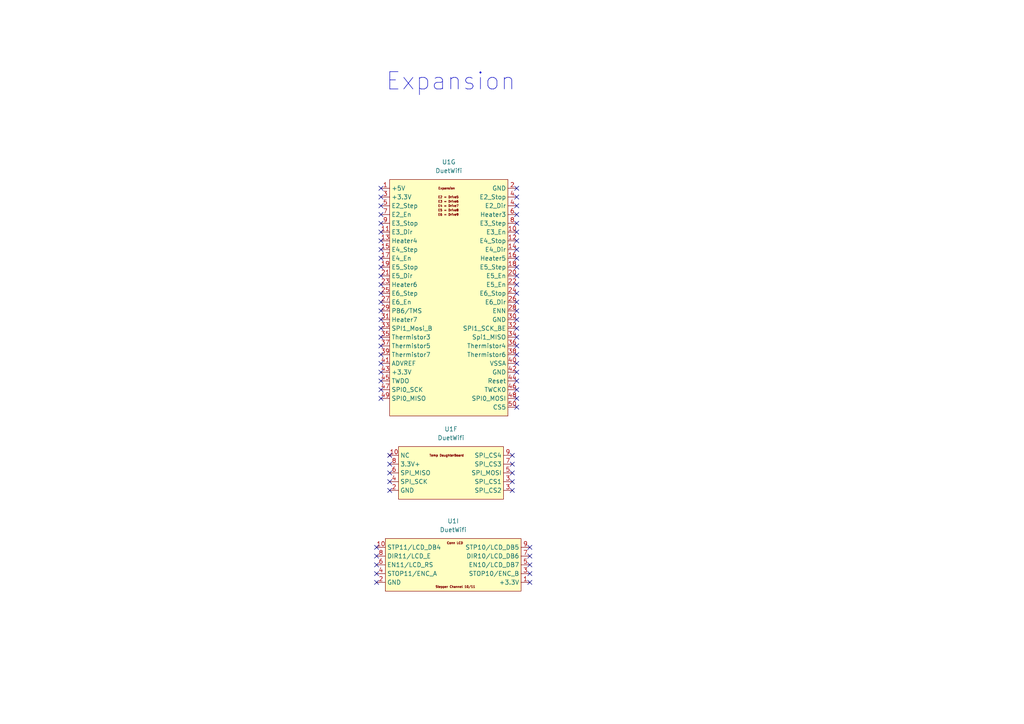
<source format=kicad_sch>
(kicad_sch (version 20211123) (generator eeschema)
  (paper "A4")
  (title_block (title "Expansion"))
  (lib_symbols
    (symbol "DuetWifi_2"
      (property "Reference" "U" (at 5.08 2.54 0))
      (property "Value" "DuetWifi_2" (at -5.08 2.54 0))
      (symbol "DuetWifi_2_1_0"
        (text "Stepper Outputs" (at -10.16 -30.48 0) (effects (font (size 0.635 0.635)) (justify left)))
        (text "Stepper Outputs" (at -10.16 -30.48 0) (effects (font (size 0.635 0.635)) (justify left)))
      )
      (symbol "DuetWifi_2_1_1"
        (rectangle (start -13.97 0) (end 15.24 -38.1) (fill (type background)))
        (pin output line (at -16.51 -2.54 0) (length 2.54) (name "Drive0_A+") (number ""))
        (pin output line (at -16.51 -5.08 0) (length 2.54) (name "Drive0_A-") (number ""))
        (pin output line (at -16.51 -7.62 0) (length 2.54) (name "Drive0_B+") (number ""))
        (pin output line (at -16.51 -10.16 0) (length 2.54) (name "Drive0_B-") (number ""))
        (pin output line (at -16.51 -15.24 0) (length 2.54) (name "Drive1_A+") (number ""))
        (pin output line (at -16.51 -17.78 0) (length 2.54) (name "Drive1_A-") (number ""))
        (pin output line (at -16.51 -20.32 0) (length 2.54) (name "Drive1_B+") (number ""))
        (pin output line (at -16.51 -22.86 0) (length 2.54) (name "Drive1_B-") (number ""))
        (pin output line (at 17.78 -2.54 180) (length 2.54) (name "Drive2_A+") (number ""))
        (pin output line (at 17.78 -5.08 180) (length 2.54) (name "Drive2_A-") (number ""))
        (pin output line (at 17.78 -7.62 180) (length 2.54) (name "Drive2_B+") (number ""))
        (pin output line (at 17.78 -10.16 180) (length 2.54) (name "Drive2_B-") (number ""))
        (pin output line (at 17.78 -15.24 180) (length 2.54) (name "Drive3_A+") (number ""))
        (pin output line (at 17.78 -17.78 180) (length 2.54) (name "Drive3_A-") (number ""))
        (pin output line (at 17.78 -20.32 180) (length 2.54) (name "Drive3_B+") (number ""))
        (pin output line (at 17.78 -22.86 180) (length 2.54) (name "Drive3_B-") (number ""))
        (pin output line (at 17.78 -27.94 180) (length 2.54) (name "Drive4_A+") (number ""))
        (pin output line (at 17.78 -30.48 180) (length 2.54) (name "Drive4_A-") (number ""))
        (pin output line (at 17.78 -33.02 180) (length 2.54) (name "Drive4_B+") (number ""))
        (pin output line (at 17.78 -35.56 180) (length 2.54) (name "Drive4_B-") (number ""))
      )
      (symbol "DuetWifi_2_2_0"
        (rectangle (start -11.43 0) (end 11.43 -30.48) (fill (type background)))
        (text "End Stops" (at 0 -12.7 0) (effects (font (size 0.635 0.635))))
      )
      (symbol "DuetWifi_2_2_1"
        (pin power_out line (at -13.97 -22.86 0) (length 2.54) (name "3.3V") (number ""))
        (pin power_out line (at -13.97 -13.97 0) (length 2.54) (name "3.3V") (number ""))
        (pin power_out line (at 13.97 -20.32 180) (length 2.54) (name "3.3V") (number ""))
        (pin power_out line (at 13.97 -13.97 180) (length 2.54) (name "3.3V") (number ""))
        (pin power_out line (at 13.97 -5.08 180) (length 2.54) (name "3.3V") (number ""))
        (pin bidirectional line (at -13.97 -5.08 0) (length 2.54) (name "DIR11/LCD_E") (number ""))
        (pin input line (at 13.97 -7.62 180) (length 2.54) (name "E0_STOP") (number ""))
        (pin input line (at 13.97 -16.51 180) (length 2.54) (name "E1_STOP") (number ""))
        (pin power_out line (at -13.97 -20.32 0) (length 2.54) (name "GND") (number ""))
        (pin power_out line (at -13.97 -11.43 0) (length 2.54) (name "GND") (number ""))
        (pin power_out line (at -13.97 -2.54 0) (length 2.54) (name "GND") (number ""))
        (pin power_out line (at 13.97 -25.4 180) (length 2.54) (name "GND") (number ""))
        (pin power_out line (at 13.97 -11.43 180) (length 2.54) (name "GND") (number ""))
        (pin power_out line (at 13.97 -2.54 180) (length 2.54) (name "GND") (number ""))
        (pin input line (at -13.97 -25.4 0) (length 2.54) (name "X_STOP") (number ""))
        (pin input line (at -13.97 -16.51 0) (length 2.54) (name "Y_STOP") (number ""))
        (pin input line (at 13.97 -27.94 180) (length 2.54) (name "Z_PROBE_IN") (number ""))
        (pin output line (at 13.97 -22.86 180) (length 2.54) (name "Z_PROBE_MOD") (number ""))
        (pin input line (at -13.97 -7.62 0) (length 2.54) (name "Z_STOP") (number ""))
      )
      (symbol "DuetWifi_2_3_0"
        (rectangle (start -13.97 0) (end 15.24 -22.86) (fill (type background)))
        (text "Bed Output" (at 8.89 -20.32 0) (effects (font (size 0.635 0.635)) (justify left)))
        (text "Temp Sensors" (at -11.43 -20.32 0) (effects (font (size 0.635 0.635)) (justify left)))
      )
      (symbol "DuetWifi_2_3_1"
        (pin output line (at 17.78 -5.08 180) (length 2.54) (name "Bed-") (number ""))
        (pin output line (at 17.78 -11.43 180) (length 2.54) (name "E0") (number ""))
        (pin output line (at 17.78 -17.78 180) (length 2.54) (name "E1") (number ""))
        (pin input line (at -16.51 -2.54 0) (length 2.54) (name "Thermistor0+") (number ""))
        (pin input line (at -16.51 -5.08 0) (length 2.54) (name "Thermistor0-") (number ""))
        (pin input line (at -16.51 -8.89 0) (length 2.54) (name "Thermistor1+") (number ""))
        (pin input line (at -16.51 -11.43 0) (length 2.54) (name "Thermistor1-") (number ""))
        (pin input line (at -16.51 -15.24 0) (length 2.54) (name "Thermistor2+") (number ""))
        (pin input line (at -16.51 -17.78 0) (length 2.54) (name "Thermistor2-") (number ""))
        (pin power_in line (at 17.78 -15.24 180) (length 2.54) (name "VIN") (number ""))
        (pin power_in line (at 17.78 -8.89 180) (length 2.54) (name "VIN") (number ""))
        (pin power_in line (at 17.78 -2.54 180) (length 2.54) (name "VIN") (number ""))
      )
      (symbol "DuetWifi_2_4_0"
        (text "Always On Fans" (at -5.08 -22.86 0) (effects (font (size 0.635 0.635)) (justify left)))
        (text "Main Power" (at -5.08 -3.81 0) (effects (font (size 0.635 0.635)) (justify left)))
        (text "PMW Fans" (at 6.35 -17.78 0) (effects (font (size 0.635 0.635)) (justify left)))
        (text "PSU Wakeup" (at -5.08 -12.7 0) (effects (font (size 0.635 0.635)) (justify left)))
      )
      (symbol "DuetWifi_2_4_1"
        (rectangle (start -12.7 0) (end 12.7 -29.21) (fill (type background)))
        (pin power_in line (at -15.24 -2.54 0) (length 2.54) (name "24V+") (number ""))
        (pin power_in line (at -15.24 -10.16 0) (length 2.54) (name "5V+") (number ""))
        (pin output line (at 15.24 -2.54 180) (length 2.54) (name "Fan0+") (number ""))
        (pin output line (at 15.24 -5.08 180) (length 2.54) (name "Fan0-") (number ""))
        (pin output line (at 15.24 -7.62 180) (length 2.54) (name "Fan1+") (number ""))
        (pin output line (at 15.24 -10.16 180) (length 2.54) (name "Fan1-") (number ""))
        (pin output line (at 15.24 -12.7 180) (length 2.54) (name "Fan2+") (number ""))
        (pin output line (at 15.24 -15.24 180) (length 2.54) (name "Fan2-") (number ""))
        (pin output line (at -15.24 -26.67 0) (length 2.54) (name "GND") (number ""))
        (pin output line (at -15.24 -21.59 0) (length 2.54) (name "GND") (number ""))
        (pin power_in line (at -15.24 -15.24 0) (length 2.54) (name "GND") (number ""))
        (pin power_in line (at -15.24 -5.08 0) (length 2.54) (name "GND") (number ""))
        (pin input line (at -15.24 -12.7 0) (length 2.54) (name "PS_ON") (number ""))
        (pin output line (at -15.24 -24.13 0) (length 2.54) (name "V_Fan") (number ""))
        (pin output line (at -15.24 -19.05 0) (length 2.54) (name "V_Fan") (number ""))
      )
      (symbol "DuetWifi_2_5_0"
        (text "LCD" (at -11.43 -12.7 0) (effects (font (size 0.635 0.635)) (justify left)))
        (text "Panel Due" (at 0 -1.27 0) (effects (font (size 0.635 0.635))))
      )
      (symbol "DuetWifi_2_5_1"
        (rectangle (start -12.7 0) (end 11.43 -13.97) (fill (type background)))
        (pin power_out line (at -15.24 -2.54 0) (length 2.54) (name "+5V") (number ""))
        (pin power_out line (at -15.24 -5.08 0) (length 2.54) (name "GND") (number ""))
        (pin input line (at -15.24 -7.62 0) (length 2.54) (name "URXD0") (number ""))
        (pin output line (at -15.24 -10.16 0) (length 2.54) (name "UTXD0") (number ""))
      )
      (symbol "DuetWifi_2_6_0"
        (rectangle (start -15.24 0) (end 15.24 -15.24) (fill (type background)))
        (text "Temp DaughterBoard" (at -1.27 -2.54 0) (effects (font (size 0.635 0.635))))
      )
      (symbol "DuetWifi_2_6_1"
        (pin no_connect line (at -17.78 -2.54 0) (length 2.54) (name "NC") (number "10"))
        (pin power_out line (at -17.78 -12.7 0) (length 2.54) (name "GND") (number "2"))
        (pin bidirectional line (at 17.78 -10.16 180) (length 2.54) (name "SPI_CS1") (number "3"))
        (pin bidirectional line (at 17.78 -12.7 180) (length 2.54) (name "SPI_CS2") (number "3"))
        (pin bidirectional line (at -17.78 -10.16 0) (length 2.54) (name "SPI_SCK") (number "4"))
        (pin bidirectional line (at 17.78 -7.62 180) (length 2.54) (name "SPI_MOSI") (number "5"))
        (pin bidirectional line (at -17.78 -7.62 0) (length 2.54) (name "SPI_MISO") (number "6"))
        (pin bidirectional line (at 17.78 -5.08 180) (length 2.54) (name "SPI_CS3") (number "7"))
        (pin power_out line (at -17.78 -5.08 0) (length 2.54) (name "3.3V+") (number "8"))
        (pin bidirectional line (at 17.78 -2.54 180) (length 2.54) (name "SPI_CS4") (number "9"))
      )
      (symbol "DuetWifi_2_7_0"
        (rectangle (start -17.78 0) (end 16.51 -68.58) (fill (type background)))
        (text "E2 = Drive5" (at -3.81 -5.08 0) (effects (font (size 0.635 0.635)) (justify left)))
        (text "E3 = Drive6" (at -3.81 -6.35 0) (effects (font (size 0.635 0.635)) (justify left)))
        (text "E4 = Drive7" (at -3.81 -7.62 0) (effects (font (size 0.635 0.635)) (justify left)))
        (text "E5 = Drive8" (at -3.81 -8.89 0) (effects (font (size 0.635 0.635)) (justify left)))
        (text "E6 = Drive9" (at -3.81 -10.16 0) (effects (font (size 0.635 0.635)) (justify left)))
        (text "Expansion" (at -1.27 -2.54 0) (effects (font (size 0.635 0.635))))
      )
      (symbol "DuetWifi_2_7_1"
        (pin power_out line (at -20.32 -2.54 0) (length 2.54) (name "+5V") (number "1"))
        (pin bidirectional line (at 19.05 -15.24 180) (length 2.54) (name "E3_En") (number "10"))
        (pin bidirectional line (at -20.32 -15.24 0) (length 2.54) (name "E3_Dir") (number "11"))
        (pin bidirectional line (at 19.05 -17.78 180) (length 2.54) (name "E4_Stop") (number "12"))
        (pin bidirectional line (at -20.32 -17.78 0) (length 2.54) (name "Heater4") (number "13"))
        (pin bidirectional line (at 19.05 -20.32 180) (length 2.54) (name "E4_Dir") (number "14"))
        (pin bidirectional line (at -20.32 -20.32 0) (length 2.54) (name "E4_Step") (number "15"))
        (pin bidirectional line (at 19.05 -22.86 180) (length 2.54) (name "Heater5") (number "16"))
        (pin bidirectional line (at -20.32 -22.86 0) (length 2.54) (name "E4_En") (number "17"))
        (pin bidirectional line (at 19.05 -25.4 180) (length 2.54) (name "E5_Step") (number "18"))
        (pin bidirectional line (at -20.32 -25.4 0) (length 2.54) (name "E5_Stop") (number "19"))
        (pin power_out line (at 19.05 -2.54 180) (length 2.54) (name "GND") (number "2"))
        (pin bidirectional line (at 19.05 -27.94 180) (length 2.54) (name "E5_En") (number "20"))
        (pin bidirectional line (at -20.32 -27.94 0) (length 2.54) (name "E5_Dir") (number "21"))
        (pin bidirectional line (at 19.05 -30.48 180) (length 2.54) (name "E5_En") (number "22"))
        (pin bidirectional line (at -20.32 -30.48 0) (length 2.54) (name "Heater6") (number "23"))
        (pin bidirectional line (at 19.05 -33.02 180) (length 2.54) (name "E6_Stop") (number "24"))
        (pin bidirectional line (at -20.32 -33.02 0) (length 2.54) (name "E6_Step") (number "25"))
        (pin bidirectional line (at 19.05 -35.56 180) (length 2.54) (name "E6_Dir") (number "26"))
        (pin bidirectional line (at -20.32 -35.56 0) (length 2.54) (name "E6_En") (number "27"))
        (pin bidirectional line (at 19.05 -38.1 180) (length 2.54) (name "ENN") (number "28"))
        (pin bidirectional line (at -20.32 -38.1 0) (length 2.54) (name "PB6/TMS") (number "29"))
        (pin power_out line (at -20.32 -5.08 0) (length 2.54) (name "+3.3V") (number "3"))
        (pin power_out line (at 19.05 -40.64 180) (length 2.54) (name "GND") (number "30"))
        (pin bidirectional line (at -20.32 -40.64 0) (length 2.54) (name "Heater7") (number "31"))
        (pin bidirectional line (at 19.05 -43.18 180) (length 2.54) (name "SPI1_SCK_BE") (number "32"))
        (pin bidirectional line (at -20.32 -43.18 0) (length 2.54) (name "SPI1_Mosi_B") (number "33"))
        (pin bidirectional line (at 19.05 -45.72 180) (length 2.54) (name "Spi1_MISO") (number "34"))
        (pin bidirectional line (at -20.32 -45.72 0) (length 2.54) (name "Thermistor3") (number "35"))
        (pin bidirectional line (at 19.05 -48.26 180) (length 2.54) (name "Thermistor4") (number "36"))
        (pin bidirectional line (at -20.32 -48.26 0) (length 2.54) (name "Thermistor5") (number "37"))
        (pin bidirectional line (at 19.05 -50.8 180) (length 2.54) (name "Thermistor6") (number "38"))
        (pin bidirectional line (at -20.32 -50.8 0) (length 2.54) (name "Thermistor7") (number "39"))
        (pin bidirectional line (at 19.05 -7.62 180) (length 2.54) (name "E2_Dir") (number "4"))
        (pin bidirectional line (at 19.05 -5.08 180) (length 2.54) (name "E2_Stop") (number "4"))
        (pin bidirectional line (at 19.05 -53.34 180) (length 2.54) (name "VSSA") (number "40"))
        (pin bidirectional line (at -20.32 -53.34 0) (length 2.54) (name "ADVREF") (number "41"))
        (pin power_out line (at 19.05 -55.88 180) (length 2.54) (name "GND") (number "42"))
        (pin power_out line (at -20.32 -55.88 0) (length 2.54) (name "+3.3V") (number "43"))
        (pin bidirectional line (at 19.05 -58.42 180) (length 2.54) (name "Reset") (number "44"))
        (pin bidirectional line (at -20.32 -58.42 0) (length 2.54) (name "TWDO") (number "45"))
        (pin bidirectional line (at 19.05 -60.96 180) (length 2.54) (name "TWCK0") (number "46"))
        (pin bidirectional line (at -20.32 -60.96 0) (length 2.54) (name "SPI0_SCK") (number "47"))
        (pin bidirectional line (at 19.05 -63.5 180) (length 2.54) (name "SPI0_MOSI") (number "48"))
        (pin bidirectional line (at -20.32 -63.5 0) (length 2.54) (name "SPI0_MISO") (number "49"))
        (pin bidirectional line (at -20.32 -7.62 0) (length 2.54) (name "E2_Step") (number "5"))
        (pin bidirectional line (at 19.05 -66.04 180) (length 2.54) (name "CS5") (number "50"))
        (pin bidirectional line (at 19.05 -10.16 180) (length 2.54) (name "Heater3") (number "6"))
        (pin bidirectional line (at -20.32 -10.16 0) (length 2.54) (name "E2_En") (number "7"))
        (pin bidirectional line (at 19.05 -12.7 180) (length 2.54) (name "E3_Step") (number "8"))
        (pin bidirectional line (at -20.32 -12.7 0) (length 2.54) (name "E3_Stop") (number "9"))
      )
      (symbol "DuetWifi_2_8_0"
        (text "Panel Due" (at -3.81 -1.27 0) (effects (font (size 0.635 0.635)) (justify left)))
        (text "SD Card" (at -1.27 -13.97 0) (effects (font (size 0.635 0.635))))
      )
      (symbol "DuetWifi_2_8_1"
        (rectangle (start -12.7 0) (end 11.43 -15.24) (fill (type background)))
        (pin bidirectional line (at -15.24 -2.54 0) (length 2.54) (name "UTXD0") (number "10"))
        (pin power_out line (at 13.97 -12.7 180) (length 2.54) (name "+5V") (number "2"))
        (pin power_out line (at -15.24 -12.7 0) (length 2.54) (name "GND") (number "2"))
        (pin bidirectional line (at 13.97 -10.16 180) (length 2.54) (name "SPI_CS0") (number "3"))
        (pin bidirectional line (at -15.24 -10.16 0) (length 2.54) (name "SPI_SCK") (number "4"))
        (pin bidirectional line (at 13.97 -7.62 180) (length 2.54) (name "SPI_MOSI") (number "5"))
        (pin bidirectional line (at -15.24 -7.62 0) (length 2.54) (name "SPI_MOSI") (number "6"))
        (pin bidirectional line (at 13.97 -5.08 180) (length 2.54) (name "ENC_SW") (number "7"))
        (pin power_out line (at -15.24 -5.08 0) (length 2.54) (name "+3.3V") (number "8"))
        (pin bidirectional line (at 13.97 -2.54 180) (length 2.54) (name "URXD0") (number "9"))
      )
      (symbol "DuetWifi_2_9_0"
        (text "Conn LCD" (at -2.54 -1.27 0) (effects (font (size 0.635 0.635)) (justify left)))
        (text "Stepper Channel 10/11" (at 0 -13.97 0) (effects (font (size 0.635 0.635))))
      )
      (symbol "DuetWifi_2_9_1"
        (rectangle (start -20.32 0) (end 19.05 -15.24) (fill (type background)))
        (pin power_out line (at 21.59 -12.7 180) (length 2.54) (name "+3.3V") (number "1"))
        (pin bidirectional line (at -22.86 -2.54 0) (length 2.54) (name "STP11/LCD_DB4") (number "10"))
        (pin power_out line (at -22.86 -12.7 0) (length 2.54) (name "GND") (number "2"))
        (pin bidirectional line (at 21.59 -10.16 180) (length 2.54) (name "STOP10/ENC_B") (number "3"))
        (pin bidirectional line (at -22.86 -10.16 0) (length 2.54) (name "STOP11/ENC_A") (number "4"))
        (pin bidirectional line (at 21.59 -7.62 180) (length 2.54) (name "EN10/LCD_DB7") (number "5"))
        (pin bidirectional line (at -22.86 -7.62 0) (length 2.54) (name "EN11/LCD_RS") (number "6"))
        (pin bidirectional line (at 21.59 -5.08 180) (length 2.54) (name "DIR10/LCD_DB6") (number "7"))
        (pin bidirectional line (at -22.86 -5.08 0) (length 2.54) (name "DIR11/LCD_E") (number "8"))
        (pin bidirectional line (at 21.59 -2.54 180) (length 2.54) (name "STP10/LCD_DB5") (number "9"))
      )
    )
    (symbol "DuetWifi_3"
      (property "Reference" "U" (at 5.08 2.54 0))
      (property "Value" "DuetWifi_3" (at -5.08 2.54 0))
      (symbol "DuetWifi_3_1_0"
        (text "Stepper Outputs" (at -10.16 -30.48 0) (effects (font (size 0.635 0.635)) (justify left)))
        (text "Stepper Outputs" (at -10.16 -30.48 0) (effects (font (size 0.635 0.635)) (justify left)))
      )
      (symbol "DuetWifi_3_1_1"
        (rectangle (start -13.97 0) (end 15.24 -38.1) (fill (type background)))
        (pin output line (at -16.51 -2.54 0) (length 2.54) (name "Drive0_A+") (number ""))
        (pin output line (at -16.51 -5.08 0) (length 2.54) (name "Drive0_A-") (number ""))
        (pin output line (at -16.51 -7.62 0) (length 2.54) (name "Drive0_B+") (number ""))
        (pin output line (at -16.51 -10.16 0) (length 2.54) (name "Drive0_B-") (number ""))
        (pin output line (at -16.51 -15.24 0) (length 2.54) (name "Drive1_A+") (number ""))
        (pin output line (at -16.51 -17.78 0) (length 2.54) (name "Drive1_A-") (number ""))
        (pin output line (at -16.51 -20.32 0) (length 2.54) (name "Drive1_B+") (number ""))
        (pin output line (at -16.51 -22.86 0) (length 2.54) (name "Drive1_B-") (number ""))
        (pin output line (at 17.78 -2.54 180) (length 2.54) (name "Drive2_A+") (number ""))
        (pin output line (at 17.78 -5.08 180) (length 2.54) (name "Drive2_A-") (number ""))
        (pin output line (at 17.78 -7.62 180) (length 2.54) (name "Drive2_B+") (number ""))
        (pin output line (at 17.78 -10.16 180) (length 2.54) (name "Drive2_B-") (number ""))
        (pin output line (at 17.78 -15.24 180) (length 2.54) (name "Drive3_A+") (number ""))
        (pin output line (at 17.78 -17.78 180) (length 2.54) (name "Drive3_A-") (number ""))
        (pin output line (at 17.78 -20.32 180) (length 2.54) (name "Drive3_B+") (number ""))
        (pin output line (at 17.78 -22.86 180) (length 2.54) (name "Drive3_B-") (number ""))
        (pin output line (at 17.78 -27.94 180) (length 2.54) (name "Drive4_A+") (number ""))
        (pin output line (at 17.78 -30.48 180) (length 2.54) (name "Drive4_A-") (number ""))
        (pin output line (at 17.78 -33.02 180) (length 2.54) (name "Drive4_B+") (number ""))
        (pin output line (at 17.78 -35.56 180) (length 2.54) (name "Drive4_B-") (number ""))
      )
      (symbol "DuetWifi_3_2_0"
        (rectangle (start -11.43 0) (end 11.43 -30.48) (fill (type background)))
        (text "End Stops" (at 0 -12.7 0) (effects (font (size 0.635 0.635))))
      )
      (symbol "DuetWifi_3_2_1"
        (pin power_out line (at -13.97 -22.86 0) (length 2.54) (name "3.3V") (number ""))
        (pin power_out line (at -13.97 -13.97 0) (length 2.54) (name "3.3V") (number ""))
        (pin power_out line (at 13.97 -20.32 180) (length 2.54) (name "3.3V") (number ""))
        (pin power_out line (at 13.97 -13.97 180) (length 2.54) (name "3.3V") (number ""))
        (pin power_out line (at 13.97 -5.08 180) (length 2.54) (name "3.3V") (number ""))
        (pin bidirectional line (at -13.97 -5.08 0) (length 2.54) (name "DIR11/LCD_E") (number ""))
        (pin input line (at 13.97 -7.62 180) (length 2.54) (name "E0_STOP") (number ""))
        (pin input line (at 13.97 -16.51 180) (length 2.54) (name "E1_STOP") (number ""))
        (pin power_out line (at -13.97 -20.32 0) (length 2.54) (name "GND") (number ""))
        (pin power_out line (at -13.97 -11.43 0) (length 2.54) (name "GND") (number ""))
        (pin power_out line (at -13.97 -2.54 0) (length 2.54) (name "GND") (number ""))
        (pin power_out line (at 13.97 -25.4 180) (length 2.54) (name "GND") (number ""))
        (pin power_out line (at 13.97 -11.43 180) (length 2.54) (name "GND") (number ""))
        (pin power_out line (at 13.97 -2.54 180) (length 2.54) (name "GND") (number ""))
        (pin input line (at -13.97 -25.4 0) (length 2.54) (name "X_STOP") (number ""))
        (pin input line (at -13.97 -16.51 0) (length 2.54) (name "Y_STOP") (number ""))
        (pin input line (at 13.97 -27.94 180) (length 2.54) (name "Z_PROBE_IN") (number ""))
        (pin output line (at 13.97 -22.86 180) (length 2.54) (name "Z_PROBE_MOD") (number ""))
        (pin input line (at -13.97 -7.62 0) (length 2.54) (name "Z_STOP") (number ""))
      )
      (symbol "DuetWifi_3_3_0"
        (rectangle (start -13.97 0) (end 15.24 -22.86) (fill (type background)))
        (text "Bed Output" (at 8.89 -20.32 0) (effects (font (size 0.635 0.635)) (justify left)))
        (text "Temp Sensors" (at -11.43 -20.32 0) (effects (font (size 0.635 0.635)) (justify left)))
      )
      (symbol "DuetWifi_3_3_1"
        (pin output line (at 17.78 -5.08 180) (length 2.54) (name "Bed-") (number ""))
        (pin output line (at 17.78 -11.43 180) (length 2.54) (name "E0") (number ""))
        (pin output line (at 17.78 -17.78 180) (length 2.54) (name "E1") (number ""))
        (pin input line (at -16.51 -2.54 0) (length 2.54) (name "Thermistor0+") (number ""))
        (pin input line (at -16.51 -5.08 0) (length 2.54) (name "Thermistor0-") (number ""))
        (pin input line (at -16.51 -8.89 0) (length 2.54) (name "Thermistor1+") (number ""))
        (pin input line (at -16.51 -11.43 0) (length 2.54) (name "Thermistor1-") (number ""))
        (pin input line (at -16.51 -15.24 0) (length 2.54) (name "Thermistor2+") (number ""))
        (pin input line (at -16.51 -17.78 0) (length 2.54) (name "Thermistor2-") (number ""))
        (pin power_in line (at 17.78 -15.24 180) (length 2.54) (name "VIN") (number ""))
        (pin power_in line (at 17.78 -8.89 180) (length 2.54) (name "VIN") (number ""))
        (pin power_in line (at 17.78 -2.54 180) (length 2.54) (name "VIN") (number ""))
      )
      (symbol "DuetWifi_3_4_0"
        (text "Always On Fans" (at -5.08 -22.86 0) (effects (font (size 0.635 0.635)) (justify left)))
        (text "Main Power" (at -5.08 -3.81 0) (effects (font (size 0.635 0.635)) (justify left)))
        (text "PMW Fans" (at 6.35 -17.78 0) (effects (font (size 0.635 0.635)) (justify left)))
        (text "PSU Wakeup" (at -5.08 -12.7 0) (effects (font (size 0.635 0.635)) (justify left)))
      )
      (symbol "DuetWifi_3_4_1"
        (rectangle (start -12.7 0) (end 12.7 -29.21) (fill (type background)))
        (pin power_in line (at -15.24 -2.54 0) (length 2.54) (name "24V+") (number ""))
        (pin power_in line (at -15.24 -10.16 0) (length 2.54) (name "5V+") (number ""))
        (pin output line (at 15.24 -2.54 180) (length 2.54) (name "Fan0+") (number ""))
        (pin output line (at 15.24 -5.08 180) (length 2.54) (name "Fan0-") (number ""))
        (pin output line (at 15.24 -7.62 180) (length 2.54) (name "Fan1+") (number ""))
        (pin output line (at 15.24 -10.16 180) (length 2.54) (name "Fan1-") (number ""))
        (pin output line (at 15.24 -12.7 180) (length 2.54) (name "Fan2+") (number ""))
        (pin output line (at 15.24 -15.24 180) (length 2.54) (name "Fan2-") (number ""))
        (pin output line (at -15.24 -26.67 0) (length 2.54) (name "GND") (number ""))
        (pin output line (at -15.24 -21.59 0) (length 2.54) (name "GND") (number ""))
        (pin power_in line (at -15.24 -15.24 0) (length 2.54) (name "GND") (number ""))
        (pin power_in line (at -15.24 -5.08 0) (length 2.54) (name "GND") (number ""))
        (pin input line (at -15.24 -12.7 0) (length 2.54) (name "PS_ON") (number ""))
        (pin output line (at -15.24 -24.13 0) (length 2.54) (name "V_Fan") (number ""))
        (pin output line (at -15.24 -19.05 0) (length 2.54) (name "V_Fan") (number ""))
      )
      (symbol "DuetWifi_3_5_0"
        (text "LCD" (at -11.43 -12.7 0) (effects (font (size 0.635 0.635)) (justify left)))
        (text "Panel Due" (at 0 -1.27 0) (effects (font (size 0.635 0.635))))
      )
      (symbol "DuetWifi_3_5_1"
        (rectangle (start -12.7 0) (end 11.43 -13.97) (fill (type background)))
        (pin power_out line (at -15.24 -2.54 0) (length 2.54) (name "+5V") (number ""))
        (pin power_out line (at -15.24 -5.08 0) (length 2.54) (name "GND") (number ""))
        (pin input line (at -15.24 -7.62 0) (length 2.54) (name "URXD0") (number ""))
        (pin output line (at -15.24 -10.16 0) (length 2.54) (name "UTXD0") (number ""))
      )
      (symbol "DuetWifi_3_6_0"
        (rectangle (start -15.24 0) (end 15.24 -15.24) (fill (type background)))
        (text "Temp DaughterBoard" (at -1.27 -2.54 0) (effects (font (size 0.635 0.635))))
      )
      (symbol "DuetWifi_3_6_1"
        (pin no_connect line (at -17.78 -2.54 0) (length 2.54) (name "NC") (number "10"))
        (pin power_out line (at -17.78 -12.7 0) (length 2.54) (name "GND") (number "2"))
        (pin bidirectional line (at 17.78 -10.16 180) (length 2.54) (name "SPI_CS1") (number "3"))
        (pin bidirectional line (at 17.78 -12.7 180) (length 2.54) (name "SPI_CS2") (number "3"))
        (pin bidirectional line (at -17.78 -10.16 0) (length 2.54) (name "SPI_SCK") (number "4"))
        (pin bidirectional line (at 17.78 -7.62 180) (length 2.54) (name "SPI_MOSI") (number "5"))
        (pin bidirectional line (at -17.78 -7.62 0) (length 2.54) (name "SPI_MISO") (number "6"))
        (pin bidirectional line (at 17.78 -5.08 180) (length 2.54) (name "SPI_CS3") (number "7"))
        (pin power_out line (at -17.78 -5.08 0) (length 2.54) (name "3.3V+") (number "8"))
        (pin bidirectional line (at 17.78 -2.54 180) (length 2.54) (name "SPI_CS4") (number "9"))
      )
      (symbol "DuetWifi_3_7_0"
        (rectangle (start -17.78 0) (end 16.51 -68.58) (fill (type background)))
        (text "E2 = Drive5" (at -3.81 -5.08 0) (effects (font (size 0.635 0.635)) (justify left)))
        (text "E3 = Drive6" (at -3.81 -6.35 0) (effects (font (size 0.635 0.635)) (justify left)))
        (text "E4 = Drive7" (at -3.81 -7.62 0) (effects (font (size 0.635 0.635)) (justify left)))
        (text "E5 = Drive8" (at -3.81 -8.89 0) (effects (font (size 0.635 0.635)) (justify left)))
        (text "E6 = Drive9" (at -3.81 -10.16 0) (effects (font (size 0.635 0.635)) (justify left)))
        (text "Expansion" (at -1.27 -2.54 0) (effects (font (size 0.635 0.635))))
      )
      (symbol "DuetWifi_3_7_1"
        (pin power_out line (at -20.32 -2.54 0) (length 2.54) (name "+5V") (number "1"))
        (pin bidirectional line (at 19.05 -15.24 180) (length 2.54) (name "E3_En") (number "10"))
        (pin bidirectional line (at -20.32 -15.24 0) (length 2.54) (name "E3_Dir") (number "11"))
        (pin bidirectional line (at 19.05 -17.78 180) (length 2.54) (name "E4_Stop") (number "12"))
        (pin bidirectional line (at -20.32 -17.78 0) (length 2.54) (name "Heater4") (number "13"))
        (pin bidirectional line (at 19.05 -20.32 180) (length 2.54) (name "E4_Dir") (number "14"))
        (pin bidirectional line (at -20.32 -20.32 0) (length 2.54) (name "E4_Step") (number "15"))
        (pin bidirectional line (at 19.05 -22.86 180) (length 2.54) (name "Heater5") (number "16"))
        (pin bidirectional line (at -20.32 -22.86 0) (length 2.54) (name "E4_En") (number "17"))
        (pin bidirectional line (at 19.05 -25.4 180) (length 2.54) (name "E5_Step") (number "18"))
        (pin bidirectional line (at -20.32 -25.4 0) (length 2.54) (name "E5_Stop") (number "19"))
        (pin power_out line (at 19.05 -2.54 180) (length 2.54) (name "GND") (number "2"))
        (pin bidirectional line (at 19.05 -27.94 180) (length 2.54) (name "E5_En") (number "20"))
        (pin bidirectional line (at -20.32 -27.94 0) (length 2.54) (name "E5_Dir") (number "21"))
        (pin bidirectional line (at 19.05 -30.48 180) (length 2.54) (name "E5_En") (number "22"))
        (pin bidirectional line (at -20.32 -30.48 0) (length 2.54) (name "Heater6") (number "23"))
        (pin bidirectional line (at 19.05 -33.02 180) (length 2.54) (name "E6_Stop") (number "24"))
        (pin bidirectional line (at -20.32 -33.02 0) (length 2.54) (name "E6_Step") (number "25"))
        (pin bidirectional line (at 19.05 -35.56 180) (length 2.54) (name "E6_Dir") (number "26"))
        (pin bidirectional line (at -20.32 -35.56 0) (length 2.54) (name "E6_En") (number "27"))
        (pin bidirectional line (at 19.05 -38.1 180) (length 2.54) (name "ENN") (number "28"))
        (pin bidirectional line (at -20.32 -38.1 0) (length 2.54) (name "PB6/TMS") (number "29"))
        (pin power_out line (at -20.32 -5.08 0) (length 2.54) (name "+3.3V") (number "3"))
        (pin power_out line (at 19.05 -40.64 180) (length 2.54) (name "GND") (number "30"))
        (pin bidirectional line (at -20.32 -40.64 0) (length 2.54) (name "Heater7") (number "31"))
        (pin bidirectional line (at 19.05 -43.18 180) (length 2.54) (name "SPI1_SCK_BE") (number "32"))
        (pin bidirectional line (at -20.32 -43.18 0) (length 2.54) (name "SPI1_Mosi_B") (number "33"))
        (pin bidirectional line (at 19.05 -45.72 180) (length 2.54) (name "Spi1_MISO") (number "34"))
        (pin bidirectional line (at -20.32 -45.72 0) (length 2.54) (name "Thermistor3") (number "35"))
        (pin bidirectional line (at 19.05 -48.26 180) (length 2.54) (name "Thermistor4") (number "36"))
        (pin bidirectional line (at -20.32 -48.26 0) (length 2.54) (name "Thermistor5") (number "37"))
        (pin bidirectional line (at 19.05 -50.8 180) (length 2.54) (name "Thermistor6") (number "38"))
        (pin bidirectional line (at -20.32 -50.8 0) (length 2.54) (name "Thermistor7") (number "39"))
        (pin bidirectional line (at 19.05 -7.62 180) (length 2.54) (name "E2_Dir") (number "4"))
        (pin bidirectional line (at 19.05 -5.08 180) (length 2.54) (name "E2_Stop") (number "4"))
        (pin bidirectional line (at 19.05 -53.34 180) (length 2.54) (name "VSSA") (number "40"))
        (pin bidirectional line (at -20.32 -53.34 0) (length 2.54) (name "ADVREF") (number "41"))
        (pin power_out line (at 19.05 -55.88 180) (length 2.54) (name "GND") (number "42"))
        (pin power_out line (at -20.32 -55.88 0) (length 2.54) (name "+3.3V") (number "43"))
        (pin bidirectional line (at 19.05 -58.42 180) (length 2.54) (name "Reset") (number "44"))
        (pin bidirectional line (at -20.32 -58.42 0) (length 2.54) (name "TWDO") (number "45"))
        (pin bidirectional line (at 19.05 -60.96 180) (length 2.54) (name "TWCK0") (number "46"))
        (pin bidirectional line (at -20.32 -60.96 0) (length 2.54) (name "SPI0_SCK") (number "47"))
        (pin bidirectional line (at 19.05 -63.5 180) (length 2.54) (name "SPI0_MOSI") (number "48"))
        (pin bidirectional line (at -20.32 -63.5 0) (length 2.54) (name "SPI0_MISO") (number "49"))
        (pin bidirectional line (at -20.32 -7.62 0) (length 2.54) (name "E2_Step") (number "5"))
        (pin bidirectional line (at 19.05 -66.04 180) (length 2.54) (name "CS5") (number "50"))
        (pin bidirectional line (at 19.05 -10.16 180) (length 2.54) (name "Heater3") (number "6"))
        (pin bidirectional line (at -20.32 -10.16 0) (length 2.54) (name "E2_En") (number "7"))
        (pin bidirectional line (at 19.05 -12.7 180) (length 2.54) (name "E3_Step") (number "8"))
        (pin bidirectional line (at -20.32 -12.7 0) (length 2.54) (name "E3_Stop") (number "9"))
      )
      (symbol "DuetWifi_3_8_0"
        (text "Panel Due" (at -3.81 -1.27 0) (effects (font (size 0.635 0.635)) (justify left)))
        (text "SD Card" (at -1.27 -13.97 0) (effects (font (size 0.635 0.635))))
      )
      (symbol "DuetWifi_3_8_1"
        (rectangle (start -12.7 0) (end 11.43 -15.24) (fill (type background)))
        (pin bidirectional line (at -15.24 -2.54 0) (length 2.54) (name "UTXD0") (number "10"))
        (pin power_out line (at 13.97 -12.7 180) (length 2.54) (name "+5V") (number "2"))
        (pin power_out line (at -15.24 -12.7 0) (length 2.54) (name "GND") (number "2"))
        (pin bidirectional line (at 13.97 -10.16 180) (length 2.54) (name "SPI_CS0") (number "3"))
        (pin bidirectional line (at -15.24 -10.16 0) (length 2.54) (name "SPI_SCK") (number "4"))
        (pin bidirectional line (at 13.97 -7.62 180) (length 2.54) (name "SPI_MOSI") (number "5"))
        (pin bidirectional line (at -15.24 -7.62 0) (length 2.54) (name "SPI_MOSI") (number "6"))
        (pin bidirectional line (at 13.97 -5.08 180) (length 2.54) (name "ENC_SW") (number "7"))
        (pin power_out line (at -15.24 -5.08 0) (length 2.54) (name "+3.3V") (number "8"))
        (pin bidirectional line (at 13.97 -2.54 180) (length 2.54) (name "URXD0") (number "9"))
      )
      (symbol "DuetWifi_3_9_0"
        (text "Conn LCD" (at -2.54 -1.27 0) (effects (font (size 0.635 0.635)) (justify left)))
        (text "Stepper Channel 10/11" (at 0 -13.97 0) (effects (font (size 0.635 0.635))))
      )
      (symbol "DuetWifi_3_9_1"
        (rectangle (start -20.32 0) (end 19.05 -15.24) (fill (type background)))
        (pin power_out line (at 21.59 -12.7 180) (length 2.54) (name "+3.3V") (number "1"))
        (pin bidirectional line (at -22.86 -2.54 0) (length 2.54) (name "STP11/LCD_DB4") (number "10"))
        (pin power_out line (at -22.86 -12.7 0) (length 2.54) (name "GND") (number "2"))
        (pin bidirectional line (at 21.59 -10.16 180) (length 2.54) (name "STOP10/ENC_B") (number "3"))
        (pin bidirectional line (at -22.86 -10.16 0) (length 2.54) (name "STOP11/ENC_A") (number "4"))
        (pin bidirectional line (at 21.59 -7.62 180) (length 2.54) (name "EN10/LCD_DB7") (number "5"))
        (pin bidirectional line (at -22.86 -7.62 0) (length 2.54) (name "EN11/LCD_RS") (number "6"))
        (pin bidirectional line (at 21.59 -5.08 180) (length 2.54) (name "DIR10/LCD_DB6") (number "7"))
        (pin bidirectional line (at -22.86 -5.08 0) (length 2.54) (name "DIR11/LCD_E") (number "8"))
        (pin bidirectional line (at 21.59 -2.54 180) (length 2.54) (name "STP10/LCD_DB5") (number "9"))
      )
    )
    (symbol "DuetWifi_5"
      (property "Reference" "U" (at 5.08 2.54 0))
      (property "Value" "DuetWifi_5" (at -5.08 2.54 0))
      (symbol "DuetWifi_5_1_0"
        (text "Stepper Outputs" (at -10.16 -30.48 0) (effects (font (size 0.635 0.635)) (justify left)))
        (text "Stepper Outputs" (at -10.16 -30.48 0) (effects (font (size 0.635 0.635)) (justify left)))
      )
      (symbol "DuetWifi_5_1_1"
        (rectangle (start -13.97 0) (end 15.24 -38.1) (fill (type background)))
        (pin output line (at -16.51 -2.54 0) (length 2.54) (name "Drive0_A+") (number ""))
        (pin output line (at -16.51 -5.08 0) (length 2.54) (name "Drive0_A-") (number ""))
        (pin output line (at -16.51 -7.62 0) (length 2.54) (name "Drive0_B+") (number ""))
        (pin output line (at -16.51 -10.16 0) (length 2.54) (name "Drive0_B-") (number ""))
        (pin output line (at -16.51 -15.24 0) (length 2.54) (name "Drive1_A+") (number ""))
        (pin output line (at -16.51 -17.78 0) (length 2.54) (name "Drive1_A-") (number ""))
        (pin output line (at -16.51 -20.32 0) (length 2.54) (name "Drive1_B+") (number ""))
        (pin output line (at -16.51 -22.86 0) (length 2.54) (name "Drive1_B-") (number ""))
        (pin output line (at 17.78 -2.54 180) (length 2.54) (name "Drive2_A+") (number ""))
        (pin output line (at 17.78 -5.08 180) (length 2.54) (name "Drive2_A-") (number ""))
        (pin output line (at 17.78 -7.62 180) (length 2.54) (name "Drive2_B+") (number ""))
        (pin output line (at 17.78 -10.16 180) (length 2.54) (name "Drive2_B-") (number ""))
        (pin output line (at 17.78 -15.24 180) (length 2.54) (name "Drive3_A+") (number ""))
        (pin output line (at 17.78 -17.78 180) (length 2.54) (name "Drive3_A-") (number ""))
        (pin output line (at 17.78 -20.32 180) (length 2.54) (name "Drive3_B+") (number ""))
        (pin output line (at 17.78 -22.86 180) (length 2.54) (name "Drive3_B-") (number ""))
        (pin output line (at 17.78 -27.94 180) (length 2.54) (name "Drive4_A+") (number ""))
        (pin output line (at 17.78 -30.48 180) (length 2.54) (name "Drive4_A-") (number ""))
        (pin output line (at 17.78 -33.02 180) (length 2.54) (name "Drive4_B+") (number ""))
        (pin output line (at 17.78 -35.56 180) (length 2.54) (name "Drive4_B-") (number ""))
      )
      (symbol "DuetWifi_5_2_0"
        (rectangle (start -11.43 0) (end 11.43 -30.48) (fill (type background)))
        (text "End Stops" (at 0 -12.7 0) (effects (font (size 0.635 0.635))))
      )
      (symbol "DuetWifi_5_2_1"
        (pin power_out line (at -13.97 -22.86 0) (length 2.54) (name "3.3V") (number ""))
        (pin power_out line (at -13.97 -13.97 0) (length 2.54) (name "3.3V") (number ""))
        (pin power_out line (at 13.97 -20.32 180) (length 2.54) (name "3.3V") (number ""))
        (pin power_out line (at 13.97 -13.97 180) (length 2.54) (name "3.3V") (number ""))
        (pin power_out line (at 13.97 -5.08 180) (length 2.54) (name "3.3V") (number ""))
        (pin bidirectional line (at -13.97 -5.08 0) (length 2.54) (name "DIR11/LCD_E") (number ""))
        (pin input line (at 13.97 -7.62 180) (length 2.54) (name "E0_STOP") (number ""))
        (pin input line (at 13.97 -16.51 180) (length 2.54) (name "E1_STOP") (number ""))
        (pin power_out line (at -13.97 -20.32 0) (length 2.54) (name "GND") (number ""))
        (pin power_out line (at -13.97 -11.43 0) (length 2.54) (name "GND") (number ""))
        (pin power_out line (at -13.97 -2.54 0) (length 2.54) (name "GND") (number ""))
        (pin power_out line (at 13.97 -25.4 180) (length 2.54) (name "GND") (number ""))
        (pin power_out line (at 13.97 -11.43 180) (length 2.54) (name "GND") (number ""))
        (pin power_out line (at 13.97 -2.54 180) (length 2.54) (name "GND") (number ""))
        (pin input line (at -13.97 -25.4 0) (length 2.54) (name "X_STOP") (number ""))
        (pin input line (at -13.97 -16.51 0) (length 2.54) (name "Y_STOP") (number ""))
        (pin input line (at 13.97 -27.94 180) (length 2.54) (name "Z_PROBE_IN") (number ""))
        (pin output line (at 13.97 -22.86 180) (length 2.54) (name "Z_PROBE_MOD") (number ""))
        (pin input line (at -13.97 -7.62 0) (length 2.54) (name "Z_STOP") (number ""))
      )
      (symbol "DuetWifi_5_3_0"
        (rectangle (start -13.97 0) (end 15.24 -22.86) (fill (type background)))
        (text "Bed Output" (at 8.89 -20.32 0) (effects (font (size 0.635 0.635)) (justify left)))
        (text "Temp Sensors" (at -11.43 -20.32 0) (effects (font (size 0.635 0.635)) (justify left)))
      )
      (symbol "DuetWifi_5_3_1"
        (pin output line (at 17.78 -5.08 180) (length 2.54) (name "Bed-") (number ""))
        (pin output line (at 17.78 -11.43 180) (length 2.54) (name "E0") (number ""))
        (pin output line (at 17.78 -17.78 180) (length 2.54) (name "E1") (number ""))
        (pin input line (at -16.51 -2.54 0) (length 2.54) (name "Thermistor0+") (number ""))
        (pin input line (at -16.51 -5.08 0) (length 2.54) (name "Thermistor0-") (number ""))
        (pin input line (at -16.51 -8.89 0) (length 2.54) (name "Thermistor1+") (number ""))
        (pin input line (at -16.51 -11.43 0) (length 2.54) (name "Thermistor1-") (number ""))
        (pin input line (at -16.51 -15.24 0) (length 2.54) (name "Thermistor2+") (number ""))
        (pin input line (at -16.51 -17.78 0) (length 2.54) (name "Thermistor2-") (number ""))
        (pin power_in line (at 17.78 -15.24 180) (length 2.54) (name "VIN") (number ""))
        (pin power_in line (at 17.78 -8.89 180) (length 2.54) (name "VIN") (number ""))
        (pin power_in line (at 17.78 -2.54 180) (length 2.54) (name "VIN") (number ""))
      )
      (symbol "DuetWifi_5_4_0"
        (text "Always On Fans" (at -5.08 -22.86 0) (effects (font (size 0.635 0.635)) (justify left)))
        (text "Main Power" (at -5.08 -3.81 0) (effects (font (size 0.635 0.635)) (justify left)))
        (text "PMW Fans" (at 6.35 -17.78 0) (effects (font (size 0.635 0.635)) (justify left)))
        (text "PSU Wakeup" (at -5.08 -12.7 0) (effects (font (size 0.635 0.635)) (justify left)))
      )
      (symbol "DuetWifi_5_4_1"
        (rectangle (start -12.7 0) (end 12.7 -29.21) (fill (type background)))
        (pin power_in line (at -15.24 -2.54 0) (length 2.54) (name "24V+") (number ""))
        (pin power_in line (at -15.24 -10.16 0) (length 2.54) (name "5V+") (number ""))
        (pin output line (at 15.24 -2.54 180) (length 2.54) (name "Fan0+") (number ""))
        (pin output line (at 15.24 -5.08 180) (length 2.54) (name "Fan0-") (number ""))
        (pin output line (at 15.24 -7.62 180) (length 2.54) (name "Fan1+") (number ""))
        (pin output line (at 15.24 -10.16 180) (length 2.54) (name "Fan1-") (number ""))
        (pin output line (at 15.24 -12.7 180) (length 2.54) (name "Fan2+") (number ""))
        (pin output line (at 15.24 -15.24 180) (length 2.54) (name "Fan2-") (number ""))
        (pin output line (at -15.24 -26.67 0) (length 2.54) (name "GND") (number ""))
        (pin output line (at -15.24 -21.59 0) (length 2.54) (name "GND") (number ""))
        (pin power_in line (at -15.24 -15.24 0) (length 2.54) (name "GND") (number ""))
        (pin power_in line (at -15.24 -5.08 0) (length 2.54) (name "GND") (number ""))
        (pin input line (at -15.24 -12.7 0) (length 2.54) (name "PS_ON") (number ""))
        (pin output line (at -15.24 -24.13 0) (length 2.54) (name "V_Fan") (number ""))
        (pin output line (at -15.24 -19.05 0) (length 2.54) (name "V_Fan") (number ""))
      )
      (symbol "DuetWifi_5_5_0"
        (text "LCD" (at -11.43 -12.7 0) (effects (font (size 0.635 0.635)) (justify left)))
        (text "Panel Due" (at 0 -1.27 0) (effects (font (size 0.635 0.635))))
      )
      (symbol "DuetWifi_5_5_1"
        (rectangle (start -12.7 0) (end 11.43 -13.97) (fill (type background)))
        (pin power_out line (at -15.24 -2.54 0) (length 2.54) (name "+5V") (number ""))
        (pin power_out line (at -15.24 -5.08 0) (length 2.54) (name "GND") (number ""))
        (pin input line (at -15.24 -7.62 0) (length 2.54) (name "URXD0") (number ""))
        (pin output line (at -15.24 -10.16 0) (length 2.54) (name "UTXD0") (number ""))
      )
      (symbol "DuetWifi_5_6_0"
        (rectangle (start -15.24 0) (end 15.24 -15.24) (fill (type background)))
        (text "Temp DaughterBoard" (at -1.27 -2.54 0) (effects (font (size 0.635 0.635))))
      )
      (symbol "DuetWifi_5_6_1"
        (pin no_connect line (at -17.78 -2.54 0) (length 2.54) (name "NC") (number "10"))
        (pin power_out line (at -17.78 -12.7 0) (length 2.54) (name "GND") (number "2"))
        (pin bidirectional line (at 17.78 -10.16 180) (length 2.54) (name "SPI_CS1") (number "3"))
        (pin bidirectional line (at 17.78 -12.7 180) (length 2.54) (name "SPI_CS2") (number "3"))
        (pin bidirectional line (at -17.78 -10.16 0) (length 2.54) (name "SPI_SCK") (number "4"))
        (pin bidirectional line (at 17.78 -7.62 180) (length 2.54) (name "SPI_MOSI") (number "5"))
        (pin bidirectional line (at -17.78 -7.62 0) (length 2.54) (name "SPI_MISO") (number "6"))
        (pin bidirectional line (at 17.78 -5.08 180) (length 2.54) (name "SPI_CS3") (number "7"))
        (pin power_out line (at -17.78 -5.08 0) (length 2.54) (name "3.3V+") (number "8"))
        (pin bidirectional line (at 17.78 -2.54 180) (length 2.54) (name "SPI_CS4") (number "9"))
      )
      (symbol "DuetWifi_5_7_0"
        (rectangle (start -17.78 0) (end 16.51 -68.58) (fill (type background)))
        (text "E2 = Drive5" (at -3.81 -5.08 0) (effects (font (size 0.635 0.635)) (justify left)))
        (text "E3 = Drive6" (at -3.81 -6.35 0) (effects (font (size 0.635 0.635)) (justify left)))
        (text "E4 = Drive7" (at -3.81 -7.62 0) (effects (font (size 0.635 0.635)) (justify left)))
        (text "E5 = Drive8" (at -3.81 -8.89 0) (effects (font (size 0.635 0.635)) (justify left)))
        (text "E6 = Drive9" (at -3.81 -10.16 0) (effects (font (size 0.635 0.635)) (justify left)))
        (text "Expansion" (at -1.27 -2.54 0) (effects (font (size 0.635 0.635))))
      )
      (symbol "DuetWifi_5_7_1"
        (pin power_out line (at -20.32 -2.54 0) (length 2.54) (name "+5V") (number "1"))
        (pin bidirectional line (at 19.05 -15.24 180) (length 2.54) (name "E3_En") (number "10"))
        (pin bidirectional line (at -20.32 -15.24 0) (length 2.54) (name "E3_Dir") (number "11"))
        (pin bidirectional line (at 19.05 -17.78 180) (length 2.54) (name "E4_Stop") (number "12"))
        (pin bidirectional line (at -20.32 -17.78 0) (length 2.54) (name "Heater4") (number "13"))
        (pin bidirectional line (at 19.05 -20.32 180) (length 2.54) (name "E4_Dir") (number "14"))
        (pin bidirectional line (at -20.32 -20.32 0) (length 2.54) (name "E4_Step") (number "15"))
        (pin bidirectional line (at 19.05 -22.86 180) (length 2.54) (name "Heater5") (number "16"))
        (pin bidirectional line (at -20.32 -22.86 0) (length 2.54) (name "E4_En") (number "17"))
        (pin bidirectional line (at 19.05 -25.4 180) (length 2.54) (name "E5_Step") (number "18"))
        (pin bidirectional line (at -20.32 -25.4 0) (length 2.54) (name "E5_Stop") (number "19"))
        (pin power_out line (at 19.05 -2.54 180) (length 2.54) (name "GND") (number "2"))
        (pin bidirectional line (at 19.05 -27.94 180) (length 2.54) (name "E5_En") (number "20"))
        (pin bidirectional line (at -20.32 -27.94 0) (length 2.54) (name "E5_Dir") (number "21"))
        (pin bidirectional line (at 19.05 -30.48 180) (length 2.54) (name "E5_En") (number "22"))
        (pin bidirectional line (at -20.32 -30.48 0) (length 2.54) (name "Heater6") (number "23"))
        (pin bidirectional line (at 19.05 -33.02 180) (length 2.54) (name "E6_Stop") (number "24"))
        (pin bidirectional line (at -20.32 -33.02 0) (length 2.54) (name "E6_Step") (number "25"))
        (pin bidirectional line (at 19.05 -35.56 180) (length 2.54) (name "E6_Dir") (number "26"))
        (pin bidirectional line (at -20.32 -35.56 0) (length 2.54) (name "E6_En") (number "27"))
        (pin bidirectional line (at 19.05 -38.1 180) (length 2.54) (name "ENN") (number "28"))
        (pin bidirectional line (at -20.32 -38.1 0) (length 2.54) (name "PB6/TMS") (number "29"))
        (pin power_out line (at -20.32 -5.08 0) (length 2.54) (name "+3.3V") (number "3"))
        (pin power_out line (at 19.05 -40.64 180) (length 2.54) (name "GND") (number "30"))
        (pin bidirectional line (at -20.32 -40.64 0) (length 2.54) (name "Heater7") (number "31"))
        (pin bidirectional line (at 19.05 -43.18 180) (length 2.54) (name "SPI1_SCK_BE") (number "32"))
        (pin bidirectional line (at -20.32 -43.18 0) (length 2.54) (name "SPI1_Mosi_B") (number "33"))
        (pin bidirectional line (at 19.05 -45.72 180) (length 2.54) (name "Spi1_MISO") (number "34"))
        (pin bidirectional line (at -20.32 -45.72 0) (length 2.54) (name "Thermistor3") (number "35"))
        (pin bidirectional line (at 19.05 -48.26 180) (length 2.54) (name "Thermistor4") (number "36"))
        (pin bidirectional line (at -20.32 -48.26 0) (length 2.54) (name "Thermistor5") (number "37"))
        (pin bidirectional line (at 19.05 -50.8 180) (length 2.54) (name "Thermistor6") (number "38"))
        (pin bidirectional line (at -20.32 -50.8 0) (length 2.54) (name "Thermistor7") (number "39"))
        (pin bidirectional line (at 19.05 -7.62 180) (length 2.54) (name "E2_Dir") (number "4"))
        (pin bidirectional line (at 19.05 -5.08 180) (length 2.54) (name "E2_Stop") (number "4"))
        (pin bidirectional line (at 19.05 -53.34 180) (length 2.54) (name "VSSA") (number "40"))
        (pin bidirectional line (at -20.32 -53.34 0) (length 2.54) (name "ADVREF") (number "41"))
        (pin power_out line (at 19.05 -55.88 180) (length 2.54) (name "GND") (number "42"))
        (pin power_out line (at -20.32 -55.88 0) (length 2.54) (name "+3.3V") (number "43"))
        (pin bidirectional line (at 19.05 -58.42 180) (length 2.54) (name "Reset") (number "44"))
        (pin bidirectional line (at -20.32 -58.42 0) (length 2.54) (name "TWDO") (number "45"))
        (pin bidirectional line (at 19.05 -60.96 180) (length 2.54) (name "TWCK0") (number "46"))
        (pin bidirectional line (at -20.32 -60.96 0) (length 2.54) (name "SPI0_SCK") (number "47"))
        (pin bidirectional line (at 19.05 -63.5 180) (length 2.54) (name "SPI0_MOSI") (number "48"))
        (pin bidirectional line (at -20.32 -63.5 0) (length 2.54) (name "SPI0_MISO") (number "49"))
        (pin bidirectional line (at -20.32 -7.62 0) (length 2.54) (name "E2_Step") (number "5"))
        (pin bidirectional line (at 19.05 -66.04 180) (length 2.54) (name "CS5") (number "50"))
        (pin bidirectional line (at 19.05 -10.16 180) (length 2.54) (name "Heater3") (number "6"))
        (pin bidirectional line (at -20.32 -10.16 0) (length 2.54) (name "E2_En") (number "7"))
        (pin bidirectional line (at 19.05 -12.7 180) (length 2.54) (name "E3_Step") (number "8"))
        (pin bidirectional line (at -20.32 -12.7 0) (length 2.54) (name "E3_Stop") (number "9"))
      )
      (symbol "DuetWifi_5_8_0"
        (text "Panel Due" (at -3.81 -1.27 0) (effects (font (size 0.635 0.635)) (justify left)))
        (text "SD Card" (at -1.27 -13.97 0) (effects (font (size 0.635 0.635))))
      )
      (symbol "DuetWifi_5_8_1"
        (rectangle (start -12.7 0) (end 11.43 -15.24) (fill (type background)))
        (pin bidirectional line (at -15.24 -2.54 0) (length 2.54) (name "UTXD0") (number "10"))
        (pin power_out line (at 13.97 -12.7 180) (length 2.54) (name "+5V") (number "2"))
        (pin power_out line (at -15.24 -12.7 0) (length 2.54) (name "GND") (number "2"))
        (pin bidirectional line (at 13.97 -10.16 180) (length 2.54) (name "SPI_CS0") (number "3"))
        (pin bidirectional line (at -15.24 -10.16 0) (length 2.54) (name "SPI_SCK") (number "4"))
        (pin bidirectional line (at 13.97 -7.62 180) (length 2.54) (name "SPI_MOSI") (number "5"))
        (pin bidirectional line (at -15.24 -7.62 0) (length 2.54) (name "SPI_MOSI") (number "6"))
        (pin bidirectional line (at 13.97 -5.08 180) (length 2.54) (name "ENC_SW") (number "7"))
        (pin power_out line (at -15.24 -5.08 0) (length 2.54) (name "+3.3V") (number "8"))
        (pin bidirectional line (at 13.97 -2.54 180) (length 2.54) (name "URXD0") (number "9"))
      )
      (symbol "DuetWifi_5_9_0"
        (text "Conn LCD" (at -2.54 -1.27 0) (effects (font (size 0.635 0.635)) (justify left)))
        (text "Stepper Channel 10/11" (at 0 -13.97 0) (effects (font (size 0.635 0.635))))
      )
      (symbol "DuetWifi_5_9_1"
        (rectangle (start -20.32 0) (end 19.05 -15.24) (fill (type background)))
        (pin power_out line (at 21.59 -12.7 180) (length 2.54) (name "+3.3V") (number "1"))
        (pin bidirectional line (at -22.86 -2.54 0) (length 2.54) (name "STP11/LCD_DB4") (number "10"))
        (pin power_out line (at -22.86 -12.7 0) (length 2.54) (name "GND") (number "2"))
        (pin bidirectional line (at 21.59 -10.16 180) (length 2.54) (name "STOP10/ENC_B") (number "3"))
        (pin bidirectional line (at -22.86 -10.16 0) (length 2.54) (name "STOP11/ENC_A") (number "4"))
        (pin bidirectional line (at 21.59 -7.62 180) (length 2.54) (name "EN10/LCD_DB7") (number "5"))
        (pin bidirectional line (at -22.86 -7.62 0) (length 2.54) (name "EN11/LCD_RS") (number "6"))
        (pin bidirectional line (at 21.59 -5.08 180) (length 2.54) (name "DIR10/LCD_DB6") (number "7"))
        (pin bidirectional line (at -22.86 -5.08 0) (length 2.54) (name "DIR11/LCD_E") (number "8"))
        (pin bidirectional line (at 21.59 -2.54 180) (length 2.54) (name "STP10/LCD_DB5") (number "9"))
      )
    )
  )
  (no_connect (at 109.22 158.75))
  (no_connect (at 109.22 161.29))
  (no_connect (at 109.22 163.83))
  (no_connect (at 109.22 166.37))
  (no_connect (at 153.67 158.75))
  (no_connect (at 109.22 168.91))
  (no_connect (at 153.67 168.91))
  (no_connect (at 153.67 166.37))
  (no_connect (at 153.67 163.83))
  (no_connect (at 153.67 161.29))
  (no_connect (at 110.49 105.41))
  (no_connect (at 110.49 107.95))
  (no_connect (at 110.49 110.49))
  (no_connect (at 110.49 113.03))
  (no_connect (at 110.49 115.57))
  (no_connect (at 149.86 118.11))
  (no_connect (at 148.59 132.08))
  (no_connect (at 148.59 134.62))
  (no_connect (at 148.59 137.16))
  (no_connect (at 148.59 139.7))
  (no_connect (at 149.86 107.95))
  (no_connect (at 149.86 110.49))
  (no_connect (at 113.03 132.08))
  (no_connect (at 113.03 139.7))
  (no_connect (at 113.03 137.16))
  (no_connect (at 113.03 134.62))
  (no_connect (at 113.03 142.24))
  (no_connect (at 148.59 142.24))
  (no_connect (at 149.86 113.03))
  (no_connect (at 149.86 115.57))
  (no_connect (at 110.49 54.61))
  (no_connect (at 110.49 57.15))
  (no_connect (at 110.49 59.69))
  (no_connect (at 110.49 62.23))
  (no_connect (at 110.49 64.77))
  (no_connect (at 110.49 67.31))
  (no_connect (at 110.49 69.85))
  (no_connect (at 110.49 72.39))
  (no_connect (at 110.49 74.93))
  (no_connect (at 110.49 77.47))
  (no_connect (at 110.49 80.01))
  (no_connect (at 110.49 82.55))
  (no_connect (at 110.49 85.09))
  (no_connect (at 110.49 87.63))
  (no_connect (at 110.49 90.17))
  (no_connect (at 110.49 92.71))
  (no_connect (at 110.49 95.25))
  (no_connect (at 110.49 97.79))
  (no_connect (at 110.49 100.33))
  (no_connect (at 110.49 102.87))
  (no_connect (at 149.86 97.79))
  (no_connect (at 149.86 100.33))
  (no_connect (at 149.86 102.87))
  (no_connect (at 149.86 105.41))
  (no_connect (at 149.86 85.09))
  (no_connect (at 149.86 87.63))
  (no_connect (at 149.86 90.17))
  (no_connect (at 149.86 92.71))
  (no_connect (at 149.86 95.25))
  (no_connect (at 149.86 54.61))
  (no_connect (at 149.86 57.15))
  (no_connect (at 149.86 59.69))
  (no_connect (at 149.86 62.23))
  (no_connect (at 149.86 64.77))
  (no_connect (at 149.86 67.31))
  (no_connect (at 149.86 69.85))
  (no_connect (at 149.86 72.39))
  (no_connect (at 149.86 74.93))
  (no_connect (at 149.86 82.55))
  (no_connect (at 149.86 77.47))
  (no_connect (at 149.86 80.01))
  (text "Expansion" (at 111.76 26.67 0) (effects (font (size 5.02 5.02)) (justify left bottom)))
  (symbol (lib_name "DuetWifi_5") (lib_id "Custom_Boards:DuetWifi") (at 130.81 52.07 0) (unit 7)
    (property "Reference" "U1" (at 130.175 46.99 0))
    (property "Value" "DuetWifi" (at 130.175 49.53 0))
  )
  (symbol (lib_name "DuetWifi_2") (lib_id "Custom_Boards:DuetWifi") (at 130.81 129.54 0) (unit 6)
    (property "Reference" "U1" (at 130.81 124.46 0))
    (property "Value" "DuetWifi" (at 130.81 127 0))
  )
  (symbol (lib_name "DuetWifi_3") (lib_id "Custom_Boards:DuetWifi") (at 132.08 156.21 0) (unit 9)
    (property "Reference" "U1" (at 131.445 151.13 0))
    (property "Value" "DuetWifi" (at 131.445 153.67 0))
  )
)
</source>
